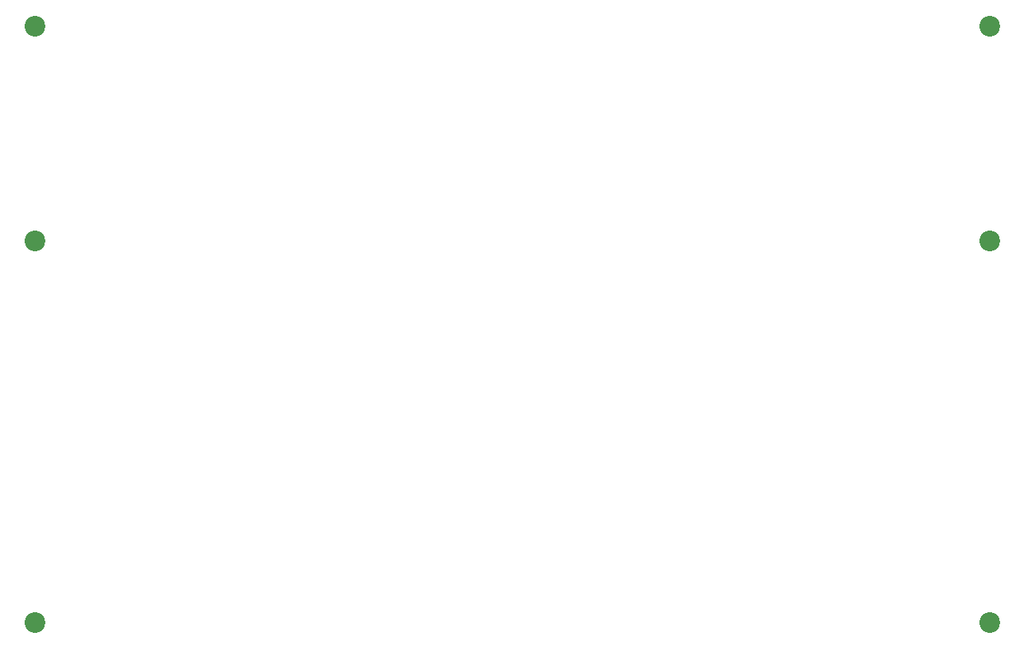
<source format=gbr>
%TF.GenerationSoftware,KiCad,Pcbnew,9.0.0*%
%TF.CreationDate,2025-03-27T03:04:02-07:00*%
%TF.ProjectId,remote_v2,72656d6f-7465-45f7-9632-2e6b69636164,v0.4*%
%TF.SameCoordinates,Original*%
%TF.FileFunction,NonPlated,1,2,NPTH,Drill*%
%TF.FilePolarity,Positive*%
%FSLAX46Y46*%
G04 Gerber Fmt 4.6, Leading zero omitted, Abs format (unit mm)*
G04 Created by KiCad (PCBNEW 9.0.0) date 2025-03-27 03:04:02*
%MOMM*%
%LPD*%
G01*
G04 APERTURE LIST*
%TA.AperFunction,ComponentDrill*%
%ADD10C,2.200000*%
%TD*%
G04 APERTURE END LIST*
D10*
%TO.C,REF\u002A\u002A*%
X96520000Y-71120000D03*
X96520000Y-93980000D03*
X96520000Y-134620000D03*
X198120000Y-71120000D03*
X198120000Y-93980000D03*
X198120000Y-134620000D03*
M02*

</source>
